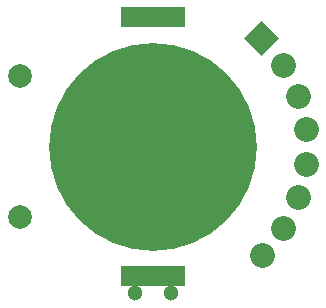
<source format=gbs>
G04 #@! TF.FileFunction,Soldermask,Bot*
%FSLAX46Y46*%
G04 Gerber Fmt 4.6, Leading zero omitted, Abs format (unit mm)*
G04 Created by KiCad (PCBNEW 4.0.7-e2-6376~58~ubuntu16.04.1) date Fri Nov 23 22:20:00 2018*
%MOMM*%
%LPD*%
G01*
G04 APERTURE LIST*
%ADD10C,0.100000*%
%ADD11C,17.600000*%
%ADD12R,5.480000X1.670000*%
%ADD13C,2.000000*%
%ADD14C,2.100000*%
%ADD15C,1.300000*%
G04 APERTURE END LIST*
D10*
D11*
X15000000Y-15000000D03*
D12*
X15000000Y-4014500D03*
X15000000Y-25985500D03*
D13*
X3683000Y-20955000D03*
X3683000Y-9017000D03*
D10*
G36*
X24192388Y-7292536D02*
X22707464Y-5807612D01*
X24192388Y-4322688D01*
X25677312Y-5807612D01*
X24192388Y-7292536D01*
X24192388Y-7292536D01*
G37*
D14*
X26006552Y-8082211D02*
X26006552Y-8082211D01*
X27269412Y-10703313D02*
X27269412Y-10703313D01*
X27917714Y-13539631D02*
X27917714Y-13539631D01*
X27918983Y-16449096D02*
X27918983Y-16449096D01*
X27273157Y-19285979D02*
X27273157Y-19285979D01*
X26012586Y-21908182D02*
X26012586Y-21908182D01*
X24200407Y-24184362D02*
X24200407Y-24184362D01*
D15*
X13486000Y-27381000D03*
X16486000Y-27381000D03*
M02*

</source>
